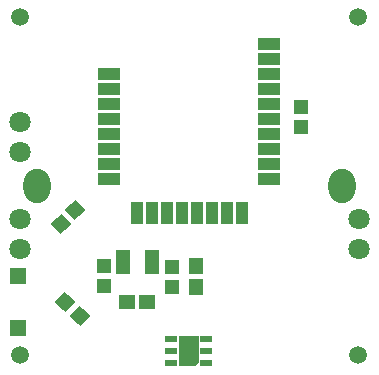
<source format=gbr>
G04 DipTrace 3.2.0.1*
G04 TopMask.gbr*
%MOMM*%
G04 #@! TF.FileFunction,Soldermask,Top*
G04 #@! TF.Part,Single*
%AMOUTLINE1*
4,1,4,
-0.88402,0.03132,
-0.03941,0.88372,
0.88402,-0.03132,
0.03941,-0.88372,
-0.88402,0.03132,
0*%
%AMOUTLINE7*
4,1,4,
-0.60008,0.64988,
0.59985,0.65012,
0.60008,-0.64988,
-0.59985,-0.65012,
-0.60008,0.64988,
0*%
%AMOUTLINE10*
4,1,4,
-0.04454,-0.88348,
-0.88421,-0.02616,
0.04454,0.88348,
0.88421,0.02616,
-0.04454,-0.88348,
0*%
%AMOUTLINE13*
4,1,4,
0.64932,0.60071,
0.65068,-0.59929,
-0.64932,-0.60071,
-0.65068,0.59929,
0.64932,0.60071,
0*%
%AMOUTLINE16*
4,1,16,
-1.14948,-0.3132,
-1.03711,-0.80182,
-0.71662,-1.20234,
-0.25409,-1.42411,
0.25886,-1.42323,
0.72062,-1.19992,
1.03975,-0.79835,
1.15052,-0.30933,
1.14948,0.3132,
1.03711,0.80182,
0.71662,1.20234,
0.25409,1.42411,
-0.25886,1.42323,
-0.72062,1.19992,
-1.03975,0.79835,
-1.15052,0.30933,
-1.14948,-0.3132,
0*%
%AMOUTLINE22*
4,1,5,
-0.85,1.3,
0.85,1.3,
0.85,-0.99142,
0.54142,-1.3,
-0.85,-1.3,
-0.85,1.3,
0*%
%ADD33C,1.5*%
%ADD37R,1.2X2.0*%
%ADD39R,1.0X0.6*%
%ADD46R,1.2X1.3*%
%ADD47R,1.4X1.4*%
%ADD49R,1.0X1.9*%
%ADD51R,1.9X1.0*%
%ADD53C,1.8*%
%ADD55C,1.8*%
%ADD61OUTLINE1*%
%ADD67OUTLINE7*%
%ADD70OUTLINE10*%
%ADD73OUTLINE13*%
%ADD76OUTLINE16*%
%ADD82OUTLINE22*%
%FSLAX35Y35*%
G04*
G71*
G90*
G75*
G01*
G04 TopMask*
%LPD*%
D46*
X-145233Y-853577D3*
Y-683577D3*
X-717743Y-677980D3*
Y-847980D3*
D61*
X-1046963Y-977313D3*
X-926203Y-1096967D3*
D33*
X-1430000Y1430000D3*
X1430000D3*
X-1430000Y-1430000D3*
X1430000D3*
D55*
X1439000Y-533000D3*
D53*
X1435000Y-279000D3*
D55*
X-1431000Y-533000D3*
D53*
X-1435000Y-279000D3*
D55*
X-1431000Y285000D3*
D53*
X-1435000Y539000D3*
D46*
X949603Y501213D3*
Y671213D3*
D67*
X54840Y-849670D3*
X54807Y-679670D3*
D70*
X-1085290Y-322670D3*
X-963837Y-203717D3*
D73*
X-354687Y-983080D3*
X-524687Y-983267D3*
D51*
X-680000Y60000D3*
Y187000D3*
Y314000D3*
Y441000D3*
Y568000D3*
Y695000D3*
Y822000D3*
Y949000D3*
X680000Y60000D3*
Y187000D3*
Y314000D3*
Y441000D3*
Y568000D3*
Y695000D3*
Y822000D3*
Y949000D3*
Y1076000D3*
Y1203000D3*
D49*
X-63500Y-230000D3*
X63500D3*
X-190500Y-229000D3*
X190500Y-230000D3*
X-317500D3*
X317500D3*
X-444500D3*
X444500D3*
D47*
X-1450000Y-760000D3*
Y-1200000D3*
D76*
X1289997Y2163D3*
X-1289997Y-2160D3*
D39*
X-149913Y-1493143D3*
Y-1393143D3*
Y-1293143D3*
X140087Y-1493143D3*
Y-1393143D3*
Y-1293143D3*
D82*
X-4913Y-1393143D3*
D37*
X-563530Y-641343D3*
X-313530D3*
M02*

</source>
